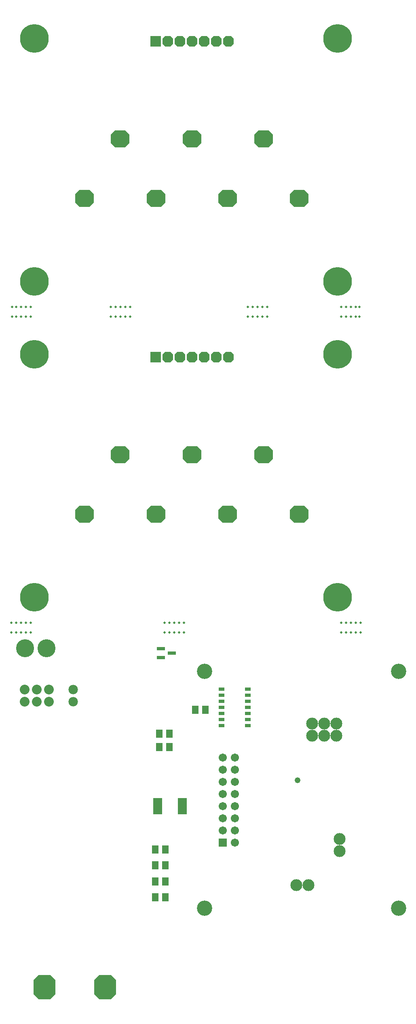
<source format=gbs>
G04*
G04 #@! TF.GenerationSoftware,Altium Limited,Altium Designer,18.0.12 (696)*
G04*
G04 Layer_Color=16711935*
%FSAX24Y24*%
%MOIN*%
G70*
G01*
G75*
%ADD21C,0.0200*%
%ADD22C,0.0780*%
%ADD23C,0.0800*%
%ADD24C,0.0980*%
%ADD25C,0.0671*%
%ADD26R,0.0671X0.0671*%
G04:AMPARAMS|DCode=27|XSize=183mil|YSize=203mil|CornerRadius=0mil|HoleSize=0mil|Usage=FLASHONLY|Rotation=0.000|XOffset=0mil|YOffset=0mil|HoleType=Round|Shape=Octagon|*
%AMOCTAGOND27*
4,1,8,-0.0458,0.1015,0.0458,0.1015,0.0915,0.0558,0.0915,-0.0558,0.0458,-0.1015,-0.0458,-0.1015,-0.0915,-0.0558,-0.0915,0.0558,-0.0458,0.1015,0.0*
%
%ADD27OCTAGOND27*%

%ADD28C,0.1480*%
%ADD29C,0.1260*%
G04:AMPARAMS|DCode=30|XSize=153mil|YSize=143mil|CornerRadius=0mil|HoleSize=0mil|Usage=FLASHONLY|Rotation=0.000|XOffset=0mil|YOffset=0mil|HoleType=Round|Shape=Octagon|*
%AMOCTAGOND30*
4,1,8,0.0765,-0.0358,0.0765,0.0358,0.0408,0.0715,-0.0408,0.0715,-0.0765,0.0358,-0.0765,-0.0358,-0.0408,-0.0715,0.0408,-0.0715,0.0765,-0.0358,0.0*
%
%ADD30OCTAGOND30*%

G04:AMPARAMS|DCode=31|XSize=85mil|YSize=88mil|CornerRadius=0mil|HoleSize=0mil|Usage=FLASHONLY|Rotation=0.000|XOffset=0mil|YOffset=0mil|HoleType=Round|Shape=Octagon|*
%AMOCTAGOND31*
4,1,8,-0.0213,0.0440,0.0213,0.0440,0.0425,0.0228,0.0425,-0.0228,0.0213,-0.0440,-0.0213,-0.0440,-0.0425,-0.0228,-0.0425,0.0228,-0.0213,0.0440,0.0*
%
%ADD31OCTAGOND31*%

%ADD32R,0.0850X0.0880*%
%ADD33C,0.2362*%
%ADD34C,0.0480*%
%ADD55R,0.0572X0.0671*%
%ADD56R,0.0651X0.0316*%
%ADD57R,0.0781X0.1320*%
%ADD58R,0.0513X0.0281*%
D21*
X000100Y033300D02*
D03*
X000500D02*
D03*
X000900D02*
D03*
X001300D02*
D03*
X001700D02*
D03*
Y034100D02*
D03*
X001300D02*
D03*
X000900D02*
D03*
X000500D02*
D03*
X000100D02*
D03*
X027300Y033300D02*
D03*
X027700D02*
D03*
X028100D02*
D03*
X028500D02*
D03*
X028900D02*
D03*
Y034100D02*
D03*
X028500D02*
D03*
X028100D02*
D03*
X027700D02*
D03*
X027300D02*
D03*
X012750Y033300D02*
D03*
X013150D02*
D03*
X013550D02*
D03*
X013950D02*
D03*
X014350D02*
D03*
Y034100D02*
D03*
X013950D02*
D03*
X013550D02*
D03*
X013150D02*
D03*
X012750D02*
D03*
X027300Y060101D02*
D03*
X027700D02*
D03*
X028100D02*
D03*
X028500D02*
D03*
X028820D02*
D03*
Y059301D02*
D03*
X028500D02*
D03*
X028100D02*
D03*
X027700D02*
D03*
X027300D02*
D03*
X001700Y060101D02*
D03*
X001300D02*
D03*
X000900D02*
D03*
X000500D02*
D03*
X000180D02*
D03*
Y059301D02*
D03*
X000500D02*
D03*
X000900D02*
D03*
X001300D02*
D03*
X001700D02*
D03*
X009900D02*
D03*
X009500D02*
D03*
X009100D02*
D03*
X008700D02*
D03*
X008300D02*
D03*
Y060101D02*
D03*
X008700D02*
D03*
X009100D02*
D03*
X009500D02*
D03*
X009900D02*
D03*
X019600D02*
D03*
X020000D02*
D03*
X020400D02*
D03*
X020800D02*
D03*
X021200D02*
D03*
Y059301D02*
D03*
X020800D02*
D03*
X020400D02*
D03*
X020000D02*
D03*
X019600D02*
D03*
D22*
X005200Y028600D02*
D03*
Y027600D02*
D03*
D23*
X003200Y028600D02*
D03*
Y027600D02*
D03*
X002200Y028600D02*
D03*
Y027600D02*
D03*
X001200Y028600D02*
D03*
Y027600D02*
D03*
D24*
X026932Y024790D02*
D03*
Y025790D02*
D03*
X025932D02*
D03*
X024932D02*
D03*
Y024790D02*
D03*
X025932D02*
D03*
X027182Y016290D02*
D03*
Y015290D02*
D03*
X024632Y012490D02*
D03*
X023632D02*
D03*
D25*
X018550Y023000D02*
D03*
X017550D02*
D03*
X018550Y022000D02*
D03*
X017550D02*
D03*
X018550Y021000D02*
D03*
X017550D02*
D03*
X018550Y020000D02*
D03*
X017550D02*
D03*
X018550Y019000D02*
D03*
X017550D02*
D03*
X018550Y018000D02*
D03*
X017550D02*
D03*
X018550Y017000D02*
D03*
X017550D02*
D03*
X018550Y016000D02*
D03*
D26*
X017550D02*
D03*
D27*
X002835Y004094D02*
D03*
X007835D02*
D03*
D28*
X003000Y032000D02*
D03*
X001250D02*
D03*
D29*
X016050Y010617D02*
D03*
X032050D02*
D03*
Y030117D02*
D03*
X016050D02*
D03*
D30*
X023858Y069030D02*
D03*
X020906Y073951D02*
D03*
X017953Y069030D02*
D03*
X015000Y073951D02*
D03*
X012047Y069030D02*
D03*
X009094Y073951D02*
D03*
X006142Y069030D02*
D03*
Y043030D02*
D03*
X009094Y047951D02*
D03*
X012047Y043030D02*
D03*
X015000Y047951D02*
D03*
X017953Y043030D02*
D03*
X020906Y047951D02*
D03*
X023858Y043030D02*
D03*
D31*
X014000Y081971D02*
D03*
X013000D02*
D03*
X015000D02*
D03*
X016000D02*
D03*
X017000D02*
D03*
X018000D02*
D03*
Y055971D02*
D03*
X017000D02*
D03*
X016000D02*
D03*
X015000D02*
D03*
X013000D02*
D03*
X014000D02*
D03*
D32*
X012000Y081971D02*
D03*
Y055971D02*
D03*
D33*
X002000Y062201D02*
D03*
Y082201D02*
D03*
X027000D02*
D03*
Y062201D02*
D03*
Y036201D02*
D03*
Y056201D02*
D03*
X002000D02*
D03*
Y036201D02*
D03*
D34*
X023700Y021150D02*
D03*
D55*
X011987Y015438D02*
D03*
X012813D02*
D03*
Y011500D02*
D03*
X011987D02*
D03*
Y014125D02*
D03*
X012813D02*
D03*
X011987Y012812D02*
D03*
X012813D02*
D03*
X015287Y026922D02*
D03*
X016113D02*
D03*
X013133Y024960D02*
D03*
X012307D02*
D03*
Y023880D02*
D03*
X013133D02*
D03*
D56*
X013363Y031600D02*
D03*
X012437Y031974D02*
D03*
Y031226D02*
D03*
D57*
X014230Y019000D02*
D03*
X012170D02*
D03*
D58*
X019600Y025632D02*
D03*
Y026132D02*
D03*
Y026632D02*
D03*
Y027132D02*
D03*
Y027632D02*
D03*
Y028132D02*
D03*
Y028632D02*
D03*
X017435D02*
D03*
Y028132D02*
D03*
Y027632D02*
D03*
Y027132D02*
D03*
Y026632D02*
D03*
Y026132D02*
D03*
Y025632D02*
D03*
M02*

</source>
